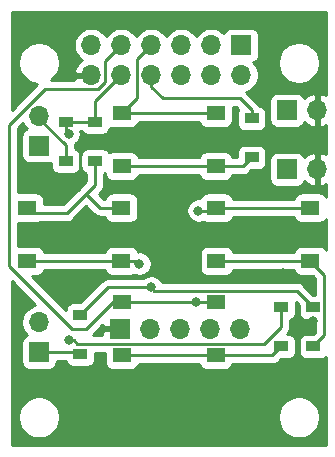
<source format=gbr>
%TF.GenerationSoftware,KiCad,Pcbnew,5.1.9+dfsg1-1*%
%TF.CreationDate,2021-11-08T10:09:36+01:00*%
%TF.ProjectId,Controller,436f6e74-726f-46c6-9c65-722e6b696361,rev?*%
%TF.SameCoordinates,Original*%
%TF.FileFunction,Copper,L2,Bot*%
%TF.FilePolarity,Positive*%
%FSLAX46Y46*%
G04 Gerber Fmt 4.6, Leading zero omitted, Abs format (unit mm)*
G04 Created by KiCad (PCBNEW 5.1.9+dfsg1-1) date 2021-11-08 10:09:36*
%MOMM*%
%LPD*%
G01*
G04 APERTURE LIST*
%TA.AperFunction,ComponentPad*%
%ADD10O,1.700000X1.700000*%
%TD*%
%TA.AperFunction,ComponentPad*%
%ADD11R,1.700000X1.700000*%
%TD*%
%TA.AperFunction,SMDPad,CuDef*%
%ADD12R,1.550000X1.300000*%
%TD*%
%TA.AperFunction,SMDPad,CuDef*%
%ADD13R,1.200000X0.900000*%
%TD*%
%TA.AperFunction,ViaPad*%
%ADD14C,0.800000*%
%TD*%
%TA.AperFunction,Conductor*%
%ADD15C,0.250000*%
%TD*%
%TA.AperFunction,Conductor*%
%ADD16C,0.254000*%
%TD*%
%TA.AperFunction,Conductor*%
%ADD17C,0.100000*%
%TD*%
G04 APERTURE END LIST*
D10*
%TO.P,J6,2*%
%TO.N,Net-(D6-Pad2)*%
X103000000Y-67460000D03*
D11*
%TO.P,J6,1*%
%TO.N,/CON_BMC*%
X103000000Y-70000000D03*
%TD*%
D10*
%TO.P,J5,2*%
%TO.N,/CON_BMC*%
X103000000Y-84960000D03*
D11*
%TO.P,J5,1*%
%TO.N,Net-(D3-Pad2)*%
X103000000Y-87500000D03*
%TD*%
D12*
%TO.P,SW5,2*%
%TO.N,Net-(D5-Pad2)*%
X110025000Y-87750000D03*
X117975000Y-87750000D03*
%TO.P,SW5,1*%
%TO.N,/CON_BMB*%
X110025000Y-83250000D03*
X117975000Y-83250000D03*
%TD*%
%TO.P,SW4,2*%
%TO.N,/CON_BMA*%
X117975000Y-67250000D03*
X110025000Y-67250000D03*
%TO.P,SW4,1*%
%TO.N,Net-(D1-Pad2)*%
X117975000Y-71750000D03*
X110025000Y-71750000D03*
%TD*%
%TO.P,SW3,2*%
%TO.N,Net-(D4-Pad2)*%
X109975000Y-75250000D03*
X102025000Y-75250000D03*
%TO.P,SW3,1*%
%TO.N,/CON_BMA*%
X109975000Y-79750000D03*
X102025000Y-79750000D03*
%TD*%
%TO.P,SW1,2*%
%TO.N,/CON_BMB*%
X125975000Y-75250000D03*
X118025000Y-75250000D03*
%TO.P,SW1,1*%
%TO.N,Net-(D2-Pad2)*%
X125975000Y-79750000D03*
X118025000Y-79750000D03*
%TD*%
D10*
%TO.P,J4,2*%
%TO.N,GND*%
X126540000Y-67000000D03*
D11*
%TO.P,J4,1*%
%TO.N,+3V3*%
X124000000Y-67000000D03*
%TD*%
D10*
%TO.P,J3,2*%
%TO.N,GND*%
X126540000Y-72000000D03*
D11*
%TO.P,J3,1*%
%TO.N,/CON_AUD*%
X124000000Y-72000000D03*
%TD*%
D10*
%TO.P,J2,5*%
%TO.N,/CON_JB*%
X120000000Y-85500000D03*
%TO.P,J2,4*%
%TO.N,/CON_Y*%
X117460000Y-85500000D03*
%TO.P,J2,3*%
%TO.N,/CON_X*%
X114920000Y-85500000D03*
%TO.P,J2,2*%
%TO.N,Net-(J2-Pad2)*%
X112380000Y-85500000D03*
D11*
%TO.P,J2,1*%
%TO.N,GND*%
X109840000Y-85500000D03*
%TD*%
D10*
%TO.P,J1,12*%
%TO.N,GND*%
X107420000Y-64040000D03*
%TO.P,J1,11*%
%TO.N,/CON_BMC*%
X107420000Y-61500000D03*
%TO.P,J1,10*%
%TO.N,/CON_BM2*%
X109960000Y-64040000D03*
%TO.P,J1,9*%
%TO.N,/CON_BMB*%
X109960000Y-61500000D03*
%TO.P,J1,8*%
%TO.N,/CON_BM1*%
X112500000Y-64040000D03*
%TO.P,J1,7*%
%TO.N,/CON_BMA*%
X112500000Y-61500000D03*
%TO.P,J1,6*%
%TO.N,/CON_JB*%
X115040000Y-64040000D03*
%TO.P,J1,5*%
%TO.N,/CON_Y*%
X115040000Y-61500000D03*
%TO.P,J1,4*%
%TO.N,N/C*%
X117580000Y-64040000D03*
%TO.P,J1,3*%
%TO.N,/CON_X*%
X117580000Y-61500000D03*
%TO.P,J1,2*%
%TO.N,/CON_AUD*%
X120120000Y-64040000D03*
D11*
%TO.P,J1,1*%
%TO.N,+3V3*%
X120120000Y-61500000D03*
%TD*%
D13*
%TO.P,D6,2*%
%TO.N,Net-(D6-Pad2)*%
X105250000Y-71300000D03*
%TO.P,D6,1*%
%TO.N,/CON_BM2*%
X105250000Y-68000000D03*
%TD*%
%TO.P,D5,2*%
%TO.N,Net-(D5-Pad2)*%
X123500000Y-87000000D03*
%TO.P,D5,1*%
%TO.N,/CON_BM2*%
X123500000Y-83700000D03*
%TD*%
%TO.P,D4,2*%
%TO.N,Net-(D4-Pad2)*%
X107750000Y-71300000D03*
%TO.P,D4,1*%
%TO.N,/CON_BM2*%
X107750000Y-68000000D03*
%TD*%
%TO.P,D3,2*%
%TO.N,Net-(D3-Pad2)*%
X106500000Y-87650000D03*
%TO.P,D3,1*%
%TO.N,/CON_BM1*%
X106500000Y-84350000D03*
%TD*%
%TO.P,D2,2*%
%TO.N,Net-(D2-Pad2)*%
X126238000Y-87000000D03*
%TO.P,D2,1*%
%TO.N,/CON_BM1*%
X126238000Y-83700000D03*
%TD*%
%TO.P,D1,2*%
%TO.N,Net-(D1-Pad2)*%
X121000000Y-71000000D03*
%TO.P,D1,1*%
%TO.N,/CON_BM1*%
X121000000Y-67700000D03*
%TD*%
D14*
%TO.N,/CON_BM1*%
X112500000Y-82000000D03*
%TO.N,/CON_BM2*%
X105500000Y-86500000D03*
X105500000Y-69000000D03*
%TO.N,GND*%
X123698000Y-80772000D03*
X120650000Y-76962000D03*
X121412000Y-73660000D03*
X108204000Y-77216000D03*
X108966000Y-91440000D03*
X118364000Y-91440000D03*
X126238000Y-84836000D03*
X116332000Y-69596000D03*
X126746000Y-61214000D03*
X122936000Y-61214000D03*
%TO.N,/CON_BMB*%
X116262653Y-83237347D03*
X116500000Y-75500000D03*
%TO.N,/CON_BMA*%
X111500000Y-80000000D03*
%TO.N,GND*%
X103000000Y-77500000D03*
%TD*%
D15*
%TO.N,Net-(D1-Pad2)*%
X120250000Y-71750000D02*
X121000000Y-71000000D01*
X117975000Y-71750000D02*
X120250000Y-71750000D01*
X110025000Y-71750000D02*
X117975000Y-71750000D01*
%TO.N,/CON_BM1*%
X120000000Y-66000000D02*
X113500000Y-66000000D01*
X121000000Y-67000000D02*
X120000000Y-66000000D01*
X112500000Y-65000000D02*
X112500000Y-64040000D01*
X113500000Y-66000000D02*
X112500000Y-65000000D01*
X121000000Y-67700000D02*
X121000000Y-67000000D01*
X108850000Y-82000000D02*
X106500000Y-84350000D01*
X112500000Y-82000000D02*
X108850000Y-82000000D01*
X112774999Y-82274999D02*
X112500000Y-82000000D01*
X124812999Y-82274999D02*
X112774999Y-82274999D01*
X126238000Y-83700000D02*
X124812999Y-82274999D01*
%TO.N,Net-(D2-Pad2)*%
X126238000Y-80013000D02*
X125975000Y-79750000D01*
X125975000Y-79750000D02*
X120390000Y-79750000D01*
X120390000Y-79750000D02*
X120400000Y-79750000D01*
X118025000Y-79750000D02*
X120390000Y-79750000D01*
X127163001Y-80938001D02*
X125975000Y-79750000D01*
X127163001Y-86074999D02*
X127163001Y-80938001D01*
X126238000Y-87000000D02*
X127163001Y-86074999D01*
%TO.N,Net-(D3-Pad2)*%
X106350000Y-87500000D02*
X106500000Y-87650000D01*
X103000000Y-87500000D02*
X106350000Y-87500000D01*
%TO.N,Net-(D4-Pad2)*%
X107000000Y-74073002D02*
X105348001Y-75725001D01*
X105348001Y-75725001D02*
X102500001Y-75725001D01*
X109975000Y-75250000D02*
X108176998Y-75250000D01*
X102500001Y-75725001D02*
X102025000Y-75250000D01*
X108176998Y-75250000D02*
X107000000Y-74073002D01*
X107750000Y-73323002D02*
X107000000Y-74073002D01*
X107750000Y-71300000D02*
X107750000Y-73323002D01*
%TO.N,/CON_BM2*%
X107750000Y-66250000D02*
X107750000Y-68000000D01*
X109960000Y-64040000D02*
X107750000Y-66250000D01*
X107750000Y-68000000D02*
X105250000Y-68000000D01*
X106225001Y-86774999D02*
X105950002Y-86500000D01*
X122089999Y-86774999D02*
X106225001Y-86774999D01*
X123500000Y-85364998D02*
X122089999Y-86774999D01*
X105950002Y-86500000D02*
X105500000Y-86500000D01*
X123500000Y-83700000D02*
X123500000Y-85364998D01*
X105250000Y-68750000D02*
X105500000Y-69000000D01*
X105250000Y-68000000D02*
X105250000Y-68750000D01*
%TO.N,Net-(D5-Pad2)*%
X117975000Y-87750000D02*
X110025000Y-87750000D01*
X118150001Y-87925001D02*
X117975000Y-87750000D01*
X122750000Y-87750000D02*
X123500000Y-87000000D01*
X117975000Y-87750000D02*
X122750000Y-87750000D01*
%TO.N,Net-(D6-Pad2)*%
X103000000Y-67714998D02*
X103000000Y-67460000D01*
X105250000Y-69964998D02*
X103000000Y-67714998D01*
X105250000Y-71300000D02*
X105250000Y-69964998D01*
%TO.N,/CON_BMB*%
X110025000Y-83250000D02*
X117975000Y-83250000D01*
X118025000Y-75250000D02*
X125975000Y-75250000D01*
X116275306Y-83250000D02*
X116262653Y-83237347D01*
X117975000Y-83250000D02*
X116275306Y-83250000D01*
X117775000Y-75500000D02*
X118025000Y-75250000D01*
X116500000Y-75500000D02*
X117775000Y-75500000D01*
%TO.N,/CON_BMA*%
X109975000Y-79750000D02*
X102025000Y-79750000D01*
X117975000Y-67250000D02*
X110025000Y-67250000D01*
X111250000Y-79750000D02*
X111500000Y-80000000D01*
X109975000Y-79750000D02*
X111250000Y-79750000D01*
%TO.N,/CON_BMB*%
X108595001Y-64604001D02*
X108595001Y-62864999D01*
X107984001Y-65215001D02*
X108595001Y-64604001D01*
X108595001Y-62864999D02*
X109960000Y-61500000D01*
X103505997Y-65215001D02*
X107984001Y-65215001D01*
X100500000Y-68220998D02*
X103505997Y-65215001D01*
X100500000Y-80235002D02*
X100500000Y-68220998D01*
X105764998Y-85500000D02*
X100500000Y-80235002D01*
X107000000Y-85500000D02*
X105764998Y-85500000D01*
X109250000Y-83250000D02*
X107000000Y-85500000D01*
X110025000Y-83250000D02*
X109250000Y-83250000D01*
%TO.N,/CON_BMA*%
X111324999Y-62675001D02*
X112500000Y-61500000D01*
X111324999Y-65950001D02*
X111324999Y-62675001D01*
X110025000Y-67250000D02*
X111324999Y-65950001D01*
%TD*%
D16*
%TO.N,GND*%
X102696478Y-83506282D02*
X102566842Y-83532068D01*
X102296589Y-83644010D01*
X102053368Y-83806525D01*
X101846525Y-84013368D01*
X101684010Y-84256589D01*
X101572068Y-84526842D01*
X101515000Y-84813740D01*
X101515000Y-85106260D01*
X101572068Y-85393158D01*
X101684010Y-85663411D01*
X101846525Y-85906632D01*
X101978380Y-86038487D01*
X101905820Y-86060498D01*
X101795506Y-86119463D01*
X101698815Y-86198815D01*
X101619463Y-86295506D01*
X101560498Y-86405820D01*
X101524188Y-86525518D01*
X101511928Y-86650000D01*
X101511928Y-88350000D01*
X101524188Y-88474482D01*
X101560498Y-88594180D01*
X101619463Y-88704494D01*
X101698815Y-88801185D01*
X101795506Y-88880537D01*
X101905820Y-88939502D01*
X102025518Y-88975812D01*
X102150000Y-88988072D01*
X103850000Y-88988072D01*
X103974482Y-88975812D01*
X104094180Y-88939502D01*
X104204494Y-88880537D01*
X104301185Y-88801185D01*
X104380537Y-88704494D01*
X104439502Y-88594180D01*
X104475812Y-88474482D01*
X104488072Y-88350000D01*
X104488072Y-88260000D01*
X105284962Y-88260000D01*
X105310498Y-88344180D01*
X105369463Y-88454494D01*
X105448815Y-88551185D01*
X105545506Y-88630537D01*
X105655820Y-88689502D01*
X105775518Y-88725812D01*
X105900000Y-88738072D01*
X107100000Y-88738072D01*
X107224482Y-88725812D01*
X107344180Y-88689502D01*
X107454494Y-88630537D01*
X107551185Y-88551185D01*
X107630537Y-88454494D01*
X107689502Y-88344180D01*
X107725812Y-88224482D01*
X107738072Y-88100000D01*
X107738072Y-87534999D01*
X108611928Y-87534999D01*
X108611928Y-88400000D01*
X108624188Y-88524482D01*
X108660498Y-88644180D01*
X108719463Y-88754494D01*
X108798815Y-88851185D01*
X108895506Y-88930537D01*
X109005820Y-88989502D01*
X109125518Y-89025812D01*
X109250000Y-89038072D01*
X110800000Y-89038072D01*
X110924482Y-89025812D01*
X111044180Y-88989502D01*
X111154494Y-88930537D01*
X111251185Y-88851185D01*
X111330537Y-88754494D01*
X111389502Y-88644180D01*
X111425812Y-88524482D01*
X111427238Y-88510000D01*
X116572762Y-88510000D01*
X116574188Y-88524482D01*
X116610498Y-88644180D01*
X116669463Y-88754494D01*
X116748815Y-88851185D01*
X116845506Y-88930537D01*
X116955820Y-88989502D01*
X117075518Y-89025812D01*
X117200000Y-89038072D01*
X118750000Y-89038072D01*
X118874482Y-89025812D01*
X118994180Y-88989502D01*
X119104494Y-88930537D01*
X119201185Y-88851185D01*
X119280537Y-88754494D01*
X119339502Y-88644180D01*
X119375812Y-88524482D01*
X119377238Y-88510000D01*
X122712678Y-88510000D01*
X122750000Y-88513676D01*
X122787322Y-88510000D01*
X122787333Y-88510000D01*
X122898986Y-88499003D01*
X123042247Y-88455546D01*
X123174276Y-88384974D01*
X123290001Y-88290001D01*
X123313803Y-88260998D01*
X123486729Y-88088072D01*
X124100000Y-88088072D01*
X124224482Y-88075812D01*
X124344180Y-88039502D01*
X124454494Y-87980537D01*
X124551185Y-87901185D01*
X124630537Y-87804494D01*
X124689502Y-87694180D01*
X124725812Y-87574482D01*
X124738072Y-87450000D01*
X124738072Y-86550000D01*
X124725812Y-86425518D01*
X124689502Y-86305820D01*
X124630537Y-86195506D01*
X124551185Y-86098815D01*
X124454494Y-86019463D01*
X124344180Y-85960498D01*
X124224482Y-85924188D01*
X124100000Y-85911928D01*
X124031558Y-85911928D01*
X124040001Y-85904999D01*
X124134974Y-85789274D01*
X124205546Y-85657245D01*
X124249003Y-85513984D01*
X124260000Y-85402331D01*
X124263677Y-85364998D01*
X124260000Y-85327665D01*
X124260000Y-84765038D01*
X124344180Y-84739502D01*
X124454494Y-84680537D01*
X124551185Y-84601185D01*
X124630537Y-84504494D01*
X124689502Y-84394180D01*
X124725812Y-84274482D01*
X124738072Y-84150000D01*
X124738072Y-83274873D01*
X124999928Y-83536730D01*
X124999928Y-84150000D01*
X125012188Y-84274482D01*
X125048498Y-84394180D01*
X125107463Y-84504494D01*
X125186815Y-84601185D01*
X125283506Y-84680537D01*
X125393820Y-84739502D01*
X125513518Y-84775812D01*
X125638000Y-84788072D01*
X126403001Y-84788072D01*
X126403001Y-85760197D01*
X126251270Y-85911928D01*
X125638000Y-85911928D01*
X125513518Y-85924188D01*
X125393820Y-85960498D01*
X125283506Y-86019463D01*
X125186815Y-86098815D01*
X125107463Y-86195506D01*
X125048498Y-86305820D01*
X125012188Y-86425518D01*
X124999928Y-86550000D01*
X124999928Y-87450000D01*
X125012188Y-87574482D01*
X125048498Y-87694180D01*
X125107463Y-87804494D01*
X125186815Y-87901185D01*
X125283506Y-87980537D01*
X125393820Y-88039502D01*
X125513518Y-88075812D01*
X125638000Y-88088072D01*
X126838000Y-88088072D01*
X126962482Y-88075812D01*
X127082180Y-88039502D01*
X127192494Y-87980537D01*
X127289185Y-87901185D01*
X127315001Y-87869728D01*
X127315001Y-95315000D01*
X100685000Y-95315000D01*
X100685000Y-92823762D01*
X101210624Y-92823762D01*
X101210624Y-93176238D01*
X101279389Y-93521942D01*
X101414276Y-93847587D01*
X101610101Y-94140661D01*
X101859339Y-94389899D01*
X102152413Y-94585724D01*
X102478058Y-94720611D01*
X102823762Y-94789376D01*
X103176238Y-94789376D01*
X103521942Y-94720611D01*
X103847587Y-94585724D01*
X104140661Y-94389899D01*
X104389899Y-94140661D01*
X104585724Y-93847587D01*
X104720611Y-93521942D01*
X104789376Y-93176238D01*
X104789376Y-92823762D01*
X123210624Y-92823762D01*
X123210624Y-93176238D01*
X123279389Y-93521942D01*
X123414276Y-93847587D01*
X123610101Y-94140661D01*
X123859339Y-94389899D01*
X124152413Y-94585724D01*
X124478058Y-94720611D01*
X124823762Y-94789376D01*
X125176238Y-94789376D01*
X125521942Y-94720611D01*
X125847587Y-94585724D01*
X126140661Y-94389899D01*
X126389899Y-94140661D01*
X126585724Y-93847587D01*
X126720611Y-93521942D01*
X126789376Y-93176238D01*
X126789376Y-92823762D01*
X126720611Y-92478058D01*
X126585724Y-92152413D01*
X126389899Y-91859339D01*
X126140661Y-91610101D01*
X125847587Y-91414276D01*
X125521942Y-91279389D01*
X125176238Y-91210624D01*
X124823762Y-91210624D01*
X124478058Y-91279389D01*
X124152413Y-91414276D01*
X123859339Y-91610101D01*
X123610101Y-91859339D01*
X123414276Y-92152413D01*
X123279389Y-92478058D01*
X123210624Y-92823762D01*
X104789376Y-92823762D01*
X104720611Y-92478058D01*
X104585724Y-92152413D01*
X104389899Y-91859339D01*
X104140661Y-91610101D01*
X103847587Y-91414276D01*
X103521942Y-91279389D01*
X103176238Y-91210624D01*
X102823762Y-91210624D01*
X102478058Y-91279389D01*
X102152413Y-91414276D01*
X101859339Y-91610101D01*
X101610101Y-91859339D01*
X101414276Y-92152413D01*
X101279389Y-92478058D01*
X101210624Y-92823762D01*
X100685000Y-92823762D01*
X100685000Y-81494803D01*
X102696478Y-83506282D01*
%TA.AperFunction,Conductor*%
D17*
G36*
X102696478Y-83506282D02*
G01*
X102566842Y-83532068D01*
X102296589Y-83644010D01*
X102053368Y-83806525D01*
X101846525Y-84013368D01*
X101684010Y-84256589D01*
X101572068Y-84526842D01*
X101515000Y-84813740D01*
X101515000Y-85106260D01*
X101572068Y-85393158D01*
X101684010Y-85663411D01*
X101846525Y-85906632D01*
X101978380Y-86038487D01*
X101905820Y-86060498D01*
X101795506Y-86119463D01*
X101698815Y-86198815D01*
X101619463Y-86295506D01*
X101560498Y-86405820D01*
X101524188Y-86525518D01*
X101511928Y-86650000D01*
X101511928Y-88350000D01*
X101524188Y-88474482D01*
X101560498Y-88594180D01*
X101619463Y-88704494D01*
X101698815Y-88801185D01*
X101795506Y-88880537D01*
X101905820Y-88939502D01*
X102025518Y-88975812D01*
X102150000Y-88988072D01*
X103850000Y-88988072D01*
X103974482Y-88975812D01*
X104094180Y-88939502D01*
X104204494Y-88880537D01*
X104301185Y-88801185D01*
X104380537Y-88704494D01*
X104439502Y-88594180D01*
X104475812Y-88474482D01*
X104488072Y-88350000D01*
X104488072Y-88260000D01*
X105284962Y-88260000D01*
X105310498Y-88344180D01*
X105369463Y-88454494D01*
X105448815Y-88551185D01*
X105545506Y-88630537D01*
X105655820Y-88689502D01*
X105775518Y-88725812D01*
X105900000Y-88738072D01*
X107100000Y-88738072D01*
X107224482Y-88725812D01*
X107344180Y-88689502D01*
X107454494Y-88630537D01*
X107551185Y-88551185D01*
X107630537Y-88454494D01*
X107689502Y-88344180D01*
X107725812Y-88224482D01*
X107738072Y-88100000D01*
X107738072Y-87534999D01*
X108611928Y-87534999D01*
X108611928Y-88400000D01*
X108624188Y-88524482D01*
X108660498Y-88644180D01*
X108719463Y-88754494D01*
X108798815Y-88851185D01*
X108895506Y-88930537D01*
X109005820Y-88989502D01*
X109125518Y-89025812D01*
X109250000Y-89038072D01*
X110800000Y-89038072D01*
X110924482Y-89025812D01*
X111044180Y-88989502D01*
X111154494Y-88930537D01*
X111251185Y-88851185D01*
X111330537Y-88754494D01*
X111389502Y-88644180D01*
X111425812Y-88524482D01*
X111427238Y-88510000D01*
X116572762Y-88510000D01*
X116574188Y-88524482D01*
X116610498Y-88644180D01*
X116669463Y-88754494D01*
X116748815Y-88851185D01*
X116845506Y-88930537D01*
X116955820Y-88989502D01*
X117075518Y-89025812D01*
X117200000Y-89038072D01*
X118750000Y-89038072D01*
X118874482Y-89025812D01*
X118994180Y-88989502D01*
X119104494Y-88930537D01*
X119201185Y-88851185D01*
X119280537Y-88754494D01*
X119339502Y-88644180D01*
X119375812Y-88524482D01*
X119377238Y-88510000D01*
X122712678Y-88510000D01*
X122750000Y-88513676D01*
X122787322Y-88510000D01*
X122787333Y-88510000D01*
X122898986Y-88499003D01*
X123042247Y-88455546D01*
X123174276Y-88384974D01*
X123290001Y-88290001D01*
X123313803Y-88260998D01*
X123486729Y-88088072D01*
X124100000Y-88088072D01*
X124224482Y-88075812D01*
X124344180Y-88039502D01*
X124454494Y-87980537D01*
X124551185Y-87901185D01*
X124630537Y-87804494D01*
X124689502Y-87694180D01*
X124725812Y-87574482D01*
X124738072Y-87450000D01*
X124738072Y-86550000D01*
X124725812Y-86425518D01*
X124689502Y-86305820D01*
X124630537Y-86195506D01*
X124551185Y-86098815D01*
X124454494Y-86019463D01*
X124344180Y-85960498D01*
X124224482Y-85924188D01*
X124100000Y-85911928D01*
X124031558Y-85911928D01*
X124040001Y-85904999D01*
X124134974Y-85789274D01*
X124205546Y-85657245D01*
X124249003Y-85513984D01*
X124260000Y-85402331D01*
X124263677Y-85364998D01*
X124260000Y-85327665D01*
X124260000Y-84765038D01*
X124344180Y-84739502D01*
X124454494Y-84680537D01*
X124551185Y-84601185D01*
X124630537Y-84504494D01*
X124689502Y-84394180D01*
X124725812Y-84274482D01*
X124738072Y-84150000D01*
X124738072Y-83274873D01*
X124999928Y-83536730D01*
X124999928Y-84150000D01*
X125012188Y-84274482D01*
X125048498Y-84394180D01*
X125107463Y-84504494D01*
X125186815Y-84601185D01*
X125283506Y-84680537D01*
X125393820Y-84739502D01*
X125513518Y-84775812D01*
X125638000Y-84788072D01*
X126403001Y-84788072D01*
X126403001Y-85760197D01*
X126251270Y-85911928D01*
X125638000Y-85911928D01*
X125513518Y-85924188D01*
X125393820Y-85960498D01*
X125283506Y-86019463D01*
X125186815Y-86098815D01*
X125107463Y-86195506D01*
X125048498Y-86305820D01*
X125012188Y-86425518D01*
X124999928Y-86550000D01*
X124999928Y-87450000D01*
X125012188Y-87574482D01*
X125048498Y-87694180D01*
X125107463Y-87804494D01*
X125186815Y-87901185D01*
X125283506Y-87980537D01*
X125393820Y-88039502D01*
X125513518Y-88075812D01*
X125638000Y-88088072D01*
X126838000Y-88088072D01*
X126962482Y-88075812D01*
X127082180Y-88039502D01*
X127192494Y-87980537D01*
X127289185Y-87901185D01*
X127315001Y-87869728D01*
X127315001Y-95315000D01*
X100685000Y-95315000D01*
X100685000Y-92823762D01*
X101210624Y-92823762D01*
X101210624Y-93176238D01*
X101279389Y-93521942D01*
X101414276Y-93847587D01*
X101610101Y-94140661D01*
X101859339Y-94389899D01*
X102152413Y-94585724D01*
X102478058Y-94720611D01*
X102823762Y-94789376D01*
X103176238Y-94789376D01*
X103521942Y-94720611D01*
X103847587Y-94585724D01*
X104140661Y-94389899D01*
X104389899Y-94140661D01*
X104585724Y-93847587D01*
X104720611Y-93521942D01*
X104789376Y-93176238D01*
X104789376Y-92823762D01*
X123210624Y-92823762D01*
X123210624Y-93176238D01*
X123279389Y-93521942D01*
X123414276Y-93847587D01*
X123610101Y-94140661D01*
X123859339Y-94389899D01*
X124152413Y-94585724D01*
X124478058Y-94720611D01*
X124823762Y-94789376D01*
X125176238Y-94789376D01*
X125521942Y-94720611D01*
X125847587Y-94585724D01*
X126140661Y-94389899D01*
X126389899Y-94140661D01*
X126585724Y-93847587D01*
X126720611Y-93521942D01*
X126789376Y-93176238D01*
X126789376Y-92823762D01*
X126720611Y-92478058D01*
X126585724Y-92152413D01*
X126389899Y-91859339D01*
X126140661Y-91610101D01*
X125847587Y-91414276D01*
X125521942Y-91279389D01*
X125176238Y-91210624D01*
X124823762Y-91210624D01*
X124478058Y-91279389D01*
X124152413Y-91414276D01*
X123859339Y-91610101D01*
X123610101Y-91859339D01*
X123414276Y-92152413D01*
X123279389Y-92478058D01*
X123210624Y-92823762D01*
X104789376Y-92823762D01*
X104720611Y-92478058D01*
X104585724Y-92152413D01*
X104389899Y-91859339D01*
X104140661Y-91610101D01*
X103847587Y-91414276D01*
X103521942Y-91279389D01*
X103176238Y-91210624D01*
X102823762Y-91210624D01*
X102478058Y-91279389D01*
X102152413Y-91414276D01*
X101859339Y-91610101D01*
X101610101Y-91859339D01*
X101414276Y-92152413D01*
X101279389Y-92478058D01*
X101210624Y-92823762D01*
X100685000Y-92823762D01*
X100685000Y-81494803D01*
X102696478Y-83506282D01*
G37*
%TD.AperFunction*%
D16*
X108513750Y-85373000D02*
X109713000Y-85373000D01*
X109713000Y-85353000D01*
X109967000Y-85353000D01*
X109967000Y-85373000D01*
X109987000Y-85373000D01*
X109987000Y-85627000D01*
X109967000Y-85627000D01*
X109967000Y-85647000D01*
X109713000Y-85647000D01*
X109713000Y-85627000D01*
X108513750Y-85627000D01*
X108355000Y-85785750D01*
X108353752Y-86014999D01*
X107560520Y-86014999D01*
X107563804Y-86010997D01*
X108357776Y-85217026D01*
X108513750Y-85373000D01*
%TA.AperFunction,Conductor*%
D17*
G36*
X108513750Y-85373000D02*
G01*
X109713000Y-85373000D01*
X109713000Y-85353000D01*
X109967000Y-85353000D01*
X109967000Y-85373000D01*
X109987000Y-85373000D01*
X109987000Y-85627000D01*
X109967000Y-85627000D01*
X109967000Y-85647000D01*
X109713000Y-85647000D01*
X109713000Y-85627000D01*
X108513750Y-85627000D01*
X108355000Y-85785750D01*
X108353752Y-86014999D01*
X107560520Y-86014999D01*
X107563804Y-86010997D01*
X108357776Y-85217026D01*
X108513750Y-85373000D01*
G37*
%TD.AperFunction*%
D16*
X127315000Y-65734386D02*
X127306920Y-65728359D01*
X127044099Y-65603175D01*
X126896890Y-65558524D01*
X126667000Y-65679845D01*
X126667000Y-66873000D01*
X126687000Y-66873000D01*
X126687000Y-67127000D01*
X126667000Y-67127000D01*
X126667000Y-68320155D01*
X126896890Y-68441476D01*
X127044099Y-68396825D01*
X127306920Y-68271641D01*
X127315000Y-68265614D01*
X127315000Y-70734386D01*
X127306920Y-70728359D01*
X127044099Y-70603175D01*
X126896890Y-70558524D01*
X126667000Y-70679845D01*
X126667000Y-71873000D01*
X126687000Y-71873000D01*
X126687000Y-72127000D01*
X126667000Y-72127000D01*
X126667000Y-73320155D01*
X126896890Y-73441476D01*
X127044099Y-73396825D01*
X127306920Y-73271641D01*
X127315000Y-73265614D01*
X127315000Y-74309982D01*
X127280537Y-74245506D01*
X127201185Y-74148815D01*
X127104494Y-74069463D01*
X126994180Y-74010498D01*
X126874482Y-73974188D01*
X126750000Y-73961928D01*
X125200000Y-73961928D01*
X125075518Y-73974188D01*
X124955820Y-74010498D01*
X124845506Y-74069463D01*
X124748815Y-74148815D01*
X124669463Y-74245506D01*
X124610498Y-74355820D01*
X124574188Y-74475518D01*
X124572762Y-74490000D01*
X119427238Y-74490000D01*
X119425812Y-74475518D01*
X119389502Y-74355820D01*
X119330537Y-74245506D01*
X119251185Y-74148815D01*
X119154494Y-74069463D01*
X119044180Y-74010498D01*
X118924482Y-73974188D01*
X118800000Y-73961928D01*
X117250000Y-73961928D01*
X117125518Y-73974188D01*
X117005820Y-74010498D01*
X116895506Y-74069463D01*
X116798815Y-74148815D01*
X116719463Y-74245506D01*
X116660498Y-74355820D01*
X116625931Y-74469772D01*
X116601939Y-74465000D01*
X116398061Y-74465000D01*
X116198102Y-74504774D01*
X116009744Y-74582795D01*
X115840226Y-74696063D01*
X115696063Y-74840226D01*
X115582795Y-75009744D01*
X115504774Y-75198102D01*
X115465000Y-75398061D01*
X115465000Y-75601939D01*
X115504774Y-75801898D01*
X115582795Y-75990256D01*
X115696063Y-76159774D01*
X115840226Y-76303937D01*
X116009744Y-76417205D01*
X116198102Y-76495226D01*
X116398061Y-76535000D01*
X116601939Y-76535000D01*
X116801898Y-76495226D01*
X116922821Y-76445138D01*
X117005820Y-76489502D01*
X117125518Y-76525812D01*
X117250000Y-76538072D01*
X118800000Y-76538072D01*
X118924482Y-76525812D01*
X119044180Y-76489502D01*
X119154494Y-76430537D01*
X119251185Y-76351185D01*
X119330537Y-76254494D01*
X119389502Y-76144180D01*
X119425812Y-76024482D01*
X119427238Y-76010000D01*
X124572762Y-76010000D01*
X124574188Y-76024482D01*
X124610498Y-76144180D01*
X124669463Y-76254494D01*
X124748815Y-76351185D01*
X124845506Y-76430537D01*
X124955820Y-76489502D01*
X125075518Y-76525812D01*
X125200000Y-76538072D01*
X126750000Y-76538072D01*
X126874482Y-76525812D01*
X126994180Y-76489502D01*
X127104494Y-76430537D01*
X127201185Y-76351185D01*
X127280537Y-76254494D01*
X127315000Y-76190018D01*
X127315001Y-78809982D01*
X127280537Y-78745506D01*
X127201185Y-78648815D01*
X127104494Y-78569463D01*
X126994180Y-78510498D01*
X126874482Y-78474188D01*
X126750000Y-78461928D01*
X125200000Y-78461928D01*
X125075518Y-78474188D01*
X124955820Y-78510498D01*
X124845506Y-78569463D01*
X124748815Y-78648815D01*
X124669463Y-78745506D01*
X124610498Y-78855820D01*
X124574188Y-78975518D01*
X124572762Y-78990000D01*
X119427238Y-78990000D01*
X119425812Y-78975518D01*
X119389502Y-78855820D01*
X119330537Y-78745506D01*
X119251185Y-78648815D01*
X119154494Y-78569463D01*
X119044180Y-78510498D01*
X118924482Y-78474188D01*
X118800000Y-78461928D01*
X117250000Y-78461928D01*
X117125518Y-78474188D01*
X117005820Y-78510498D01*
X116895506Y-78569463D01*
X116798815Y-78648815D01*
X116719463Y-78745506D01*
X116660498Y-78855820D01*
X116624188Y-78975518D01*
X116611928Y-79100000D01*
X116611928Y-80400000D01*
X116624188Y-80524482D01*
X116660498Y-80644180D01*
X116719463Y-80754494D01*
X116798815Y-80851185D01*
X116895506Y-80930537D01*
X117005820Y-80989502D01*
X117125518Y-81025812D01*
X117250000Y-81038072D01*
X118800000Y-81038072D01*
X118924482Y-81025812D01*
X119044180Y-80989502D01*
X119154494Y-80930537D01*
X119251185Y-80851185D01*
X119330537Y-80754494D01*
X119389502Y-80644180D01*
X119425812Y-80524482D01*
X119427238Y-80510000D01*
X124572762Y-80510000D01*
X124574188Y-80524482D01*
X124610498Y-80644180D01*
X124669463Y-80754494D01*
X124748815Y-80851185D01*
X124845506Y-80930537D01*
X124955820Y-80989502D01*
X125075518Y-81025812D01*
X125200000Y-81038072D01*
X126188270Y-81038072D01*
X126403002Y-81252804D01*
X126403002Y-82611928D01*
X126224730Y-82611928D01*
X125376803Y-81764002D01*
X125353000Y-81734998D01*
X125237275Y-81640025D01*
X125105246Y-81569453D01*
X124961985Y-81525996D01*
X124850332Y-81514999D01*
X124850321Y-81514999D01*
X124812999Y-81511323D01*
X124775677Y-81514999D01*
X113419382Y-81514999D01*
X113417205Y-81509744D01*
X113303937Y-81340226D01*
X113159774Y-81196063D01*
X112990256Y-81082795D01*
X112801898Y-81004774D01*
X112601939Y-80965000D01*
X112398061Y-80965000D01*
X112198102Y-81004774D01*
X112009744Y-81082795D01*
X111840226Y-81196063D01*
X111796289Y-81240000D01*
X108887323Y-81240000D01*
X108850000Y-81236324D01*
X108812677Y-81240000D01*
X108812667Y-81240000D01*
X108701014Y-81250997D01*
X108557753Y-81294454D01*
X108425724Y-81365026D01*
X108309999Y-81459999D01*
X108286201Y-81488997D01*
X106513271Y-83261928D01*
X105900000Y-83261928D01*
X105775518Y-83274188D01*
X105655820Y-83310498D01*
X105545506Y-83369463D01*
X105448815Y-83448815D01*
X105369463Y-83545506D01*
X105310498Y-83655820D01*
X105274188Y-83775518D01*
X105261928Y-83900000D01*
X105261928Y-83922128D01*
X102377871Y-81038072D01*
X102800000Y-81038072D01*
X102924482Y-81025812D01*
X103044180Y-80989502D01*
X103154494Y-80930537D01*
X103251185Y-80851185D01*
X103330537Y-80754494D01*
X103389502Y-80644180D01*
X103425812Y-80524482D01*
X103427238Y-80510000D01*
X108572762Y-80510000D01*
X108574188Y-80524482D01*
X108610498Y-80644180D01*
X108669463Y-80754494D01*
X108748815Y-80851185D01*
X108845506Y-80930537D01*
X108955820Y-80989502D01*
X109075518Y-81025812D01*
X109200000Y-81038072D01*
X110750000Y-81038072D01*
X110874482Y-81025812D01*
X110994180Y-80989502D01*
X111077179Y-80945138D01*
X111198102Y-80995226D01*
X111398061Y-81035000D01*
X111601939Y-81035000D01*
X111801898Y-80995226D01*
X111990256Y-80917205D01*
X112159774Y-80803937D01*
X112303937Y-80659774D01*
X112417205Y-80490256D01*
X112495226Y-80301898D01*
X112535000Y-80101939D01*
X112535000Y-79898061D01*
X112495226Y-79698102D01*
X112417205Y-79509744D01*
X112303937Y-79340226D01*
X112159774Y-79196063D01*
X111990256Y-79082795D01*
X111801898Y-79004774D01*
X111601939Y-78965000D01*
X111398061Y-78965000D01*
X111374069Y-78969772D01*
X111339502Y-78855820D01*
X111280537Y-78745506D01*
X111201185Y-78648815D01*
X111104494Y-78569463D01*
X110994180Y-78510498D01*
X110874482Y-78474188D01*
X110750000Y-78461928D01*
X109200000Y-78461928D01*
X109075518Y-78474188D01*
X108955820Y-78510498D01*
X108845506Y-78569463D01*
X108748815Y-78648815D01*
X108669463Y-78745506D01*
X108610498Y-78855820D01*
X108574188Y-78975518D01*
X108572762Y-78990000D01*
X103427238Y-78990000D01*
X103425812Y-78975518D01*
X103389502Y-78855820D01*
X103330537Y-78745506D01*
X103251185Y-78648815D01*
X103154494Y-78569463D01*
X103044180Y-78510498D01*
X102924482Y-78474188D01*
X102800000Y-78461928D01*
X101260000Y-78461928D01*
X101260000Y-76538072D01*
X102800000Y-76538072D01*
X102924482Y-76525812D01*
X103044180Y-76489502D01*
X103052601Y-76485001D01*
X105310679Y-76485001D01*
X105348001Y-76488677D01*
X105385323Y-76485001D01*
X105385334Y-76485001D01*
X105496987Y-76474004D01*
X105640248Y-76430547D01*
X105772277Y-76359975D01*
X105888002Y-76265002D01*
X105911804Y-76235999D01*
X107000000Y-75147804D01*
X107613198Y-75761002D01*
X107636997Y-75790001D01*
X107665995Y-75813799D01*
X107752722Y-75884974D01*
X107884751Y-75955546D01*
X108028012Y-75999003D01*
X108176998Y-76013677D01*
X108214331Y-76010000D01*
X108572762Y-76010000D01*
X108574188Y-76024482D01*
X108610498Y-76144180D01*
X108669463Y-76254494D01*
X108748815Y-76351185D01*
X108845506Y-76430537D01*
X108955820Y-76489502D01*
X109075518Y-76525812D01*
X109200000Y-76538072D01*
X110750000Y-76538072D01*
X110874482Y-76525812D01*
X110994180Y-76489502D01*
X111104494Y-76430537D01*
X111201185Y-76351185D01*
X111280537Y-76254494D01*
X111339502Y-76144180D01*
X111375812Y-76024482D01*
X111388072Y-75900000D01*
X111388072Y-74600000D01*
X111375812Y-74475518D01*
X111339502Y-74355820D01*
X111280537Y-74245506D01*
X111201185Y-74148815D01*
X111104494Y-74069463D01*
X110994180Y-74010498D01*
X110874482Y-73974188D01*
X110750000Y-73961928D01*
X109200000Y-73961928D01*
X109075518Y-73974188D01*
X108955820Y-74010498D01*
X108845506Y-74069463D01*
X108748815Y-74148815D01*
X108669463Y-74245506D01*
X108610498Y-74355820D01*
X108574188Y-74475518D01*
X108572762Y-74490000D01*
X108491800Y-74490000D01*
X108074802Y-74073002D01*
X108261002Y-73886801D01*
X108290001Y-73863003D01*
X108384974Y-73747278D01*
X108455546Y-73615249D01*
X108499003Y-73471988D01*
X108510000Y-73360335D01*
X108510000Y-73360326D01*
X108513676Y-73323003D01*
X108510000Y-73285680D01*
X108510000Y-72365038D01*
X108594180Y-72339502D01*
X108611928Y-72330015D01*
X108611928Y-72400000D01*
X108624188Y-72524482D01*
X108660498Y-72644180D01*
X108719463Y-72754494D01*
X108798815Y-72851185D01*
X108895506Y-72930537D01*
X109005820Y-72989502D01*
X109125518Y-73025812D01*
X109250000Y-73038072D01*
X110800000Y-73038072D01*
X110924482Y-73025812D01*
X111044180Y-72989502D01*
X111154494Y-72930537D01*
X111251185Y-72851185D01*
X111330537Y-72754494D01*
X111389502Y-72644180D01*
X111425812Y-72524482D01*
X111427238Y-72510000D01*
X116572762Y-72510000D01*
X116574188Y-72524482D01*
X116610498Y-72644180D01*
X116669463Y-72754494D01*
X116748815Y-72851185D01*
X116845506Y-72930537D01*
X116955820Y-72989502D01*
X117075518Y-73025812D01*
X117200000Y-73038072D01*
X118750000Y-73038072D01*
X118874482Y-73025812D01*
X118994180Y-72989502D01*
X119104494Y-72930537D01*
X119201185Y-72851185D01*
X119280537Y-72754494D01*
X119339502Y-72644180D01*
X119375812Y-72524482D01*
X119377238Y-72510000D01*
X120212678Y-72510000D01*
X120250000Y-72513676D01*
X120287322Y-72510000D01*
X120287333Y-72510000D01*
X120398986Y-72499003D01*
X120542247Y-72455546D01*
X120674276Y-72384974D01*
X120790001Y-72290001D01*
X120813803Y-72260998D01*
X120986729Y-72088072D01*
X121600000Y-72088072D01*
X121724482Y-72075812D01*
X121844180Y-72039502D01*
X121954494Y-71980537D01*
X122051185Y-71901185D01*
X122130537Y-71804494D01*
X122189502Y-71694180D01*
X122225812Y-71574482D01*
X122238072Y-71450000D01*
X122238072Y-71150000D01*
X122511928Y-71150000D01*
X122511928Y-72850000D01*
X122524188Y-72974482D01*
X122560498Y-73094180D01*
X122619463Y-73204494D01*
X122698815Y-73301185D01*
X122795506Y-73380537D01*
X122905820Y-73439502D01*
X123025518Y-73475812D01*
X123150000Y-73488072D01*
X124850000Y-73488072D01*
X124974482Y-73475812D01*
X125094180Y-73439502D01*
X125204494Y-73380537D01*
X125301185Y-73301185D01*
X125380537Y-73204494D01*
X125439502Y-73094180D01*
X125463966Y-73013534D01*
X125539731Y-73097588D01*
X125773080Y-73271641D01*
X126035901Y-73396825D01*
X126183110Y-73441476D01*
X126413000Y-73320155D01*
X126413000Y-72127000D01*
X126393000Y-72127000D01*
X126393000Y-71873000D01*
X126413000Y-71873000D01*
X126413000Y-70679845D01*
X126183110Y-70558524D01*
X126035901Y-70603175D01*
X125773080Y-70728359D01*
X125539731Y-70902412D01*
X125463966Y-70986466D01*
X125439502Y-70905820D01*
X125380537Y-70795506D01*
X125301185Y-70698815D01*
X125204494Y-70619463D01*
X125094180Y-70560498D01*
X124974482Y-70524188D01*
X124850000Y-70511928D01*
X123150000Y-70511928D01*
X123025518Y-70524188D01*
X122905820Y-70560498D01*
X122795506Y-70619463D01*
X122698815Y-70698815D01*
X122619463Y-70795506D01*
X122560498Y-70905820D01*
X122524188Y-71025518D01*
X122511928Y-71150000D01*
X122238072Y-71150000D01*
X122238072Y-70550000D01*
X122225812Y-70425518D01*
X122189502Y-70305820D01*
X122130537Y-70195506D01*
X122051185Y-70098815D01*
X121954494Y-70019463D01*
X121844180Y-69960498D01*
X121724482Y-69924188D01*
X121600000Y-69911928D01*
X120400000Y-69911928D01*
X120275518Y-69924188D01*
X120155820Y-69960498D01*
X120045506Y-70019463D01*
X119948815Y-70098815D01*
X119869463Y-70195506D01*
X119810498Y-70305820D01*
X119774188Y-70425518D01*
X119761928Y-70550000D01*
X119761928Y-70990000D01*
X119377238Y-70990000D01*
X119375812Y-70975518D01*
X119339502Y-70855820D01*
X119280537Y-70745506D01*
X119201185Y-70648815D01*
X119104494Y-70569463D01*
X118994180Y-70510498D01*
X118874482Y-70474188D01*
X118750000Y-70461928D01*
X117200000Y-70461928D01*
X117075518Y-70474188D01*
X116955820Y-70510498D01*
X116845506Y-70569463D01*
X116748815Y-70648815D01*
X116669463Y-70745506D01*
X116610498Y-70855820D01*
X116574188Y-70975518D01*
X116572762Y-70990000D01*
X111427238Y-70990000D01*
X111425812Y-70975518D01*
X111389502Y-70855820D01*
X111330537Y-70745506D01*
X111251185Y-70648815D01*
X111154494Y-70569463D01*
X111044180Y-70510498D01*
X110924482Y-70474188D01*
X110800000Y-70461928D01*
X109250000Y-70461928D01*
X109125518Y-70474188D01*
X109005820Y-70510498D01*
X108914610Y-70559251D01*
X108880537Y-70495506D01*
X108801185Y-70398815D01*
X108704494Y-70319463D01*
X108594180Y-70260498D01*
X108474482Y-70224188D01*
X108350000Y-70211928D01*
X107150000Y-70211928D01*
X107025518Y-70224188D01*
X106905820Y-70260498D01*
X106795506Y-70319463D01*
X106698815Y-70398815D01*
X106619463Y-70495506D01*
X106560498Y-70605820D01*
X106524188Y-70725518D01*
X106511928Y-70850000D01*
X106511928Y-71750000D01*
X106524188Y-71874482D01*
X106560498Y-71994180D01*
X106619463Y-72104494D01*
X106698815Y-72201185D01*
X106795506Y-72280537D01*
X106905820Y-72339502D01*
X106990001Y-72365038D01*
X106990001Y-73008199D01*
X106489007Y-73509194D01*
X106488996Y-73509203D01*
X106488992Y-73509207D01*
X106459999Y-73533001D01*
X106436205Y-73561994D01*
X105033200Y-74965001D01*
X103438072Y-74965001D01*
X103438072Y-74600000D01*
X103425812Y-74475518D01*
X103389502Y-74355820D01*
X103330537Y-74245506D01*
X103251185Y-74148815D01*
X103154494Y-74069463D01*
X103044180Y-74010498D01*
X102924482Y-73974188D01*
X102800000Y-73961928D01*
X101260000Y-73961928D01*
X101260000Y-68535799D01*
X101668890Y-68126909D01*
X101684010Y-68163411D01*
X101846525Y-68406632D01*
X101978380Y-68538487D01*
X101905820Y-68560498D01*
X101795506Y-68619463D01*
X101698815Y-68698815D01*
X101619463Y-68795506D01*
X101560498Y-68905820D01*
X101524188Y-69025518D01*
X101511928Y-69150000D01*
X101511928Y-70850000D01*
X101524188Y-70974482D01*
X101560498Y-71094180D01*
X101619463Y-71204494D01*
X101698815Y-71301185D01*
X101795506Y-71380537D01*
X101905820Y-71439502D01*
X102025518Y-71475812D01*
X102150000Y-71488072D01*
X103850000Y-71488072D01*
X103974482Y-71475812D01*
X104011928Y-71464453D01*
X104011928Y-71750000D01*
X104024188Y-71874482D01*
X104060498Y-71994180D01*
X104119463Y-72104494D01*
X104198815Y-72201185D01*
X104295506Y-72280537D01*
X104405820Y-72339502D01*
X104525518Y-72375812D01*
X104650000Y-72388072D01*
X105850000Y-72388072D01*
X105974482Y-72375812D01*
X106094180Y-72339502D01*
X106204494Y-72280537D01*
X106301185Y-72201185D01*
X106380537Y-72104494D01*
X106439502Y-71994180D01*
X106475812Y-71874482D01*
X106488072Y-71750000D01*
X106488072Y-70850000D01*
X106475812Y-70725518D01*
X106439502Y-70605820D01*
X106380537Y-70495506D01*
X106301185Y-70398815D01*
X106204494Y-70319463D01*
X106094180Y-70260498D01*
X106010000Y-70234962D01*
X106010000Y-70002331D01*
X106013677Y-69964998D01*
X106007814Y-69905473D01*
X106159774Y-69803937D01*
X106303937Y-69659774D01*
X106417205Y-69490256D01*
X106495226Y-69301898D01*
X106535000Y-69101939D01*
X106535000Y-68898061D01*
X106507538Y-68760000D01*
X106595680Y-68760000D01*
X106619463Y-68804494D01*
X106698815Y-68901185D01*
X106795506Y-68980537D01*
X106905820Y-69039502D01*
X107025518Y-69075812D01*
X107150000Y-69088072D01*
X108350000Y-69088072D01*
X108474482Y-69075812D01*
X108594180Y-69039502D01*
X108704494Y-68980537D01*
X108801185Y-68901185D01*
X108880537Y-68804494D01*
X108939502Y-68694180D01*
X108975812Y-68574482D01*
X108985264Y-68478514D01*
X109005820Y-68489502D01*
X109125518Y-68525812D01*
X109250000Y-68538072D01*
X110800000Y-68538072D01*
X110924482Y-68525812D01*
X111044180Y-68489502D01*
X111154494Y-68430537D01*
X111251185Y-68351185D01*
X111330537Y-68254494D01*
X111389502Y-68144180D01*
X111425812Y-68024482D01*
X111427238Y-68010000D01*
X116572762Y-68010000D01*
X116574188Y-68024482D01*
X116610498Y-68144180D01*
X116669463Y-68254494D01*
X116748815Y-68351185D01*
X116845506Y-68430537D01*
X116955820Y-68489502D01*
X117075518Y-68525812D01*
X117200000Y-68538072D01*
X118750000Y-68538072D01*
X118874482Y-68525812D01*
X118994180Y-68489502D01*
X119104494Y-68430537D01*
X119201185Y-68351185D01*
X119280537Y-68254494D01*
X119339502Y-68144180D01*
X119375812Y-68024482D01*
X119388072Y-67900000D01*
X119388072Y-66760000D01*
X119685199Y-66760000D01*
X119852479Y-66927280D01*
X119810498Y-67005820D01*
X119774188Y-67125518D01*
X119761928Y-67250000D01*
X119761928Y-68150000D01*
X119774188Y-68274482D01*
X119810498Y-68394180D01*
X119869463Y-68504494D01*
X119948815Y-68601185D01*
X120045506Y-68680537D01*
X120155820Y-68739502D01*
X120275518Y-68775812D01*
X120400000Y-68788072D01*
X121600000Y-68788072D01*
X121724482Y-68775812D01*
X121844180Y-68739502D01*
X121954494Y-68680537D01*
X122051185Y-68601185D01*
X122130537Y-68504494D01*
X122189502Y-68394180D01*
X122225812Y-68274482D01*
X122238072Y-68150000D01*
X122238072Y-67250000D01*
X122225812Y-67125518D01*
X122189502Y-67005820D01*
X122130537Y-66895506D01*
X122051185Y-66798815D01*
X121954494Y-66719463D01*
X121844180Y-66660498D01*
X121724482Y-66624188D01*
X121657345Y-66617576D01*
X121634974Y-66575724D01*
X121563799Y-66488997D01*
X121540001Y-66459999D01*
X121511003Y-66436201D01*
X121224802Y-66150000D01*
X122511928Y-66150000D01*
X122511928Y-67850000D01*
X122524188Y-67974482D01*
X122560498Y-68094180D01*
X122619463Y-68204494D01*
X122698815Y-68301185D01*
X122795506Y-68380537D01*
X122905820Y-68439502D01*
X123025518Y-68475812D01*
X123150000Y-68488072D01*
X124850000Y-68488072D01*
X124974482Y-68475812D01*
X125094180Y-68439502D01*
X125204494Y-68380537D01*
X125301185Y-68301185D01*
X125380537Y-68204494D01*
X125439502Y-68094180D01*
X125463966Y-68013534D01*
X125539731Y-68097588D01*
X125773080Y-68271641D01*
X126035901Y-68396825D01*
X126183110Y-68441476D01*
X126413000Y-68320155D01*
X126413000Y-67127000D01*
X126393000Y-67127000D01*
X126393000Y-66873000D01*
X126413000Y-66873000D01*
X126413000Y-65679845D01*
X126183110Y-65558524D01*
X126035901Y-65603175D01*
X125773080Y-65728359D01*
X125539731Y-65902412D01*
X125463966Y-65986466D01*
X125439502Y-65905820D01*
X125380537Y-65795506D01*
X125301185Y-65698815D01*
X125204494Y-65619463D01*
X125094180Y-65560498D01*
X124974482Y-65524188D01*
X124850000Y-65511928D01*
X123150000Y-65511928D01*
X123025518Y-65524188D01*
X122905820Y-65560498D01*
X122795506Y-65619463D01*
X122698815Y-65698815D01*
X122619463Y-65795506D01*
X122560498Y-65905820D01*
X122524188Y-66025518D01*
X122511928Y-66150000D01*
X121224802Y-66150000D01*
X120563804Y-65489002D01*
X120547444Y-65469069D01*
X120553158Y-65467932D01*
X120823411Y-65355990D01*
X121066632Y-65193475D01*
X121273475Y-64986632D01*
X121435990Y-64743411D01*
X121547932Y-64473158D01*
X121605000Y-64186260D01*
X121605000Y-63893740D01*
X121547932Y-63606842D01*
X121435990Y-63336589D01*
X121273475Y-63093368D01*
X121141620Y-62961513D01*
X121214180Y-62939502D01*
X121324494Y-62880537D01*
X121393674Y-62823762D01*
X123210624Y-62823762D01*
X123210624Y-63176238D01*
X123279389Y-63521942D01*
X123414276Y-63847587D01*
X123610101Y-64140661D01*
X123859339Y-64389899D01*
X124152413Y-64585724D01*
X124478058Y-64720611D01*
X124823762Y-64789376D01*
X125176238Y-64789376D01*
X125521942Y-64720611D01*
X125847587Y-64585724D01*
X126140661Y-64389899D01*
X126389899Y-64140661D01*
X126585724Y-63847587D01*
X126720611Y-63521942D01*
X126789376Y-63176238D01*
X126789376Y-62823762D01*
X126720611Y-62478058D01*
X126585724Y-62152413D01*
X126389899Y-61859339D01*
X126140661Y-61610101D01*
X125847587Y-61414276D01*
X125521942Y-61279389D01*
X125176238Y-61210624D01*
X124823762Y-61210624D01*
X124478058Y-61279389D01*
X124152413Y-61414276D01*
X123859339Y-61610101D01*
X123610101Y-61859339D01*
X123414276Y-62152413D01*
X123279389Y-62478058D01*
X123210624Y-62823762D01*
X121393674Y-62823762D01*
X121421185Y-62801185D01*
X121500537Y-62704494D01*
X121559502Y-62594180D01*
X121595812Y-62474482D01*
X121608072Y-62350000D01*
X121608072Y-60650000D01*
X121595812Y-60525518D01*
X121559502Y-60405820D01*
X121500537Y-60295506D01*
X121421185Y-60198815D01*
X121324494Y-60119463D01*
X121214180Y-60060498D01*
X121094482Y-60024188D01*
X120970000Y-60011928D01*
X119270000Y-60011928D01*
X119145518Y-60024188D01*
X119025820Y-60060498D01*
X118915506Y-60119463D01*
X118818815Y-60198815D01*
X118739463Y-60295506D01*
X118680498Y-60405820D01*
X118658487Y-60478380D01*
X118526632Y-60346525D01*
X118283411Y-60184010D01*
X118013158Y-60072068D01*
X117726260Y-60015000D01*
X117433740Y-60015000D01*
X117146842Y-60072068D01*
X116876589Y-60184010D01*
X116633368Y-60346525D01*
X116426525Y-60553368D01*
X116310000Y-60727760D01*
X116193475Y-60553368D01*
X115986632Y-60346525D01*
X115743411Y-60184010D01*
X115473158Y-60072068D01*
X115186260Y-60015000D01*
X114893740Y-60015000D01*
X114606842Y-60072068D01*
X114336589Y-60184010D01*
X114093368Y-60346525D01*
X113886525Y-60553368D01*
X113770000Y-60727760D01*
X113653475Y-60553368D01*
X113446632Y-60346525D01*
X113203411Y-60184010D01*
X112933158Y-60072068D01*
X112646260Y-60015000D01*
X112353740Y-60015000D01*
X112066842Y-60072068D01*
X111796589Y-60184010D01*
X111553368Y-60346525D01*
X111346525Y-60553368D01*
X111230000Y-60727760D01*
X111113475Y-60553368D01*
X110906632Y-60346525D01*
X110663411Y-60184010D01*
X110393158Y-60072068D01*
X110106260Y-60015000D01*
X109813740Y-60015000D01*
X109526842Y-60072068D01*
X109256589Y-60184010D01*
X109013368Y-60346525D01*
X108806525Y-60553368D01*
X108690000Y-60727760D01*
X108573475Y-60553368D01*
X108366632Y-60346525D01*
X108123411Y-60184010D01*
X107853158Y-60072068D01*
X107566260Y-60015000D01*
X107273740Y-60015000D01*
X106986842Y-60072068D01*
X106716589Y-60184010D01*
X106473368Y-60346525D01*
X106266525Y-60553368D01*
X106104010Y-60796589D01*
X105992068Y-61066842D01*
X105935000Y-61353740D01*
X105935000Y-61646260D01*
X105992068Y-61933158D01*
X106104010Y-62203411D01*
X106266525Y-62446632D01*
X106473368Y-62653475D01*
X106649406Y-62771100D01*
X106419731Y-62942412D01*
X106224822Y-63158645D01*
X106075843Y-63408748D01*
X105978519Y-63683109D01*
X106099186Y-63913000D01*
X107293000Y-63913000D01*
X107293000Y-63893000D01*
X107547000Y-63893000D01*
X107547000Y-63913000D01*
X107567000Y-63913000D01*
X107567000Y-64167000D01*
X107547000Y-64167000D01*
X107547000Y-64187000D01*
X107293000Y-64187000D01*
X107293000Y-64167000D01*
X106099186Y-64167000D01*
X105978519Y-64396891D01*
X105999132Y-64455001D01*
X104043229Y-64455001D01*
X104140661Y-64389899D01*
X104389899Y-64140661D01*
X104585724Y-63847587D01*
X104720611Y-63521942D01*
X104789376Y-63176238D01*
X104789376Y-62823762D01*
X104720611Y-62478058D01*
X104585724Y-62152413D01*
X104389899Y-61859339D01*
X104140661Y-61610101D01*
X103847587Y-61414276D01*
X103521942Y-61279389D01*
X103176238Y-61210624D01*
X102823762Y-61210624D01*
X102478058Y-61279389D01*
X102152413Y-61414276D01*
X101859339Y-61610101D01*
X101610101Y-61859339D01*
X101414276Y-62152413D01*
X101279389Y-62478058D01*
X101210624Y-62823762D01*
X101210624Y-63176238D01*
X101279389Y-63521942D01*
X101414276Y-63847587D01*
X101610101Y-64140661D01*
X101859339Y-64389899D01*
X102152413Y-64585724D01*
X102478058Y-64720611D01*
X102823762Y-64789376D01*
X102856820Y-64789376D01*
X100685000Y-66961197D01*
X100685000Y-58685000D01*
X127315000Y-58685000D01*
X127315000Y-65734386D01*
%TA.AperFunction,Conductor*%
D17*
G36*
X127315000Y-65734386D02*
G01*
X127306920Y-65728359D01*
X127044099Y-65603175D01*
X126896890Y-65558524D01*
X126667000Y-65679845D01*
X126667000Y-66873000D01*
X126687000Y-66873000D01*
X126687000Y-67127000D01*
X126667000Y-67127000D01*
X126667000Y-68320155D01*
X126896890Y-68441476D01*
X127044099Y-68396825D01*
X127306920Y-68271641D01*
X127315000Y-68265614D01*
X127315000Y-70734386D01*
X127306920Y-70728359D01*
X127044099Y-70603175D01*
X126896890Y-70558524D01*
X126667000Y-70679845D01*
X126667000Y-71873000D01*
X126687000Y-71873000D01*
X126687000Y-72127000D01*
X126667000Y-72127000D01*
X126667000Y-73320155D01*
X126896890Y-73441476D01*
X127044099Y-73396825D01*
X127306920Y-73271641D01*
X127315000Y-73265614D01*
X127315000Y-74309982D01*
X127280537Y-74245506D01*
X127201185Y-74148815D01*
X127104494Y-74069463D01*
X126994180Y-74010498D01*
X126874482Y-73974188D01*
X126750000Y-73961928D01*
X125200000Y-73961928D01*
X125075518Y-73974188D01*
X124955820Y-74010498D01*
X124845506Y-74069463D01*
X124748815Y-74148815D01*
X124669463Y-74245506D01*
X124610498Y-74355820D01*
X124574188Y-74475518D01*
X124572762Y-74490000D01*
X119427238Y-74490000D01*
X119425812Y-74475518D01*
X119389502Y-74355820D01*
X119330537Y-74245506D01*
X119251185Y-74148815D01*
X119154494Y-74069463D01*
X119044180Y-74010498D01*
X118924482Y-73974188D01*
X118800000Y-73961928D01*
X117250000Y-73961928D01*
X117125518Y-73974188D01*
X117005820Y-74010498D01*
X116895506Y-74069463D01*
X116798815Y-74148815D01*
X116719463Y-74245506D01*
X116660498Y-74355820D01*
X116625931Y-74469772D01*
X116601939Y-74465000D01*
X116398061Y-74465000D01*
X116198102Y-74504774D01*
X116009744Y-74582795D01*
X115840226Y-74696063D01*
X115696063Y-74840226D01*
X115582795Y-75009744D01*
X115504774Y-75198102D01*
X115465000Y-75398061D01*
X115465000Y-75601939D01*
X115504774Y-75801898D01*
X115582795Y-75990256D01*
X115696063Y-76159774D01*
X115840226Y-76303937D01*
X116009744Y-76417205D01*
X116198102Y-76495226D01*
X116398061Y-76535000D01*
X116601939Y-76535000D01*
X116801898Y-76495226D01*
X116922821Y-76445138D01*
X117005820Y-76489502D01*
X117125518Y-76525812D01*
X117250000Y-76538072D01*
X118800000Y-76538072D01*
X118924482Y-76525812D01*
X119044180Y-76489502D01*
X119154494Y-76430537D01*
X119251185Y-76351185D01*
X119330537Y-76254494D01*
X119389502Y-76144180D01*
X119425812Y-76024482D01*
X119427238Y-76010000D01*
X124572762Y-76010000D01*
X124574188Y-76024482D01*
X124610498Y-76144180D01*
X124669463Y-76254494D01*
X124748815Y-76351185D01*
X124845506Y-76430537D01*
X124955820Y-76489502D01*
X125075518Y-76525812D01*
X125200000Y-76538072D01*
X126750000Y-76538072D01*
X126874482Y-76525812D01*
X126994180Y-76489502D01*
X127104494Y-76430537D01*
X127201185Y-76351185D01*
X127280537Y-76254494D01*
X127315000Y-76190018D01*
X127315001Y-78809982D01*
X127280537Y-78745506D01*
X127201185Y-78648815D01*
X127104494Y-78569463D01*
X126994180Y-78510498D01*
X126874482Y-78474188D01*
X126750000Y-78461928D01*
X125200000Y-78461928D01*
X125075518Y-78474188D01*
X124955820Y-78510498D01*
X124845506Y-78569463D01*
X124748815Y-78648815D01*
X124669463Y-78745506D01*
X124610498Y-78855820D01*
X124574188Y-78975518D01*
X124572762Y-78990000D01*
X119427238Y-78990000D01*
X119425812Y-78975518D01*
X119389502Y-78855820D01*
X119330537Y-78745506D01*
X119251185Y-78648815D01*
X119154494Y-78569463D01*
X119044180Y-78510498D01*
X118924482Y-78474188D01*
X118800000Y-78461928D01*
X117250000Y-78461928D01*
X117125518Y-78474188D01*
X117005820Y-78510498D01*
X116895506Y-78569463D01*
X116798815Y-78648815D01*
X116719463Y-78745506D01*
X116660498Y-78855820D01*
X116624188Y-78975518D01*
X116611928Y-79100000D01*
X116611928Y-80400000D01*
X116624188Y-80524482D01*
X116660498Y-80644180D01*
X116719463Y-80754494D01*
X116798815Y-80851185D01*
X116895506Y-80930537D01*
X117005820Y-80989502D01*
X117125518Y-81025812D01*
X117250000Y-81038072D01*
X118800000Y-81038072D01*
X118924482Y-81025812D01*
X119044180Y-80989502D01*
X119154494Y-80930537D01*
X119251185Y-80851185D01*
X119330537Y-80754494D01*
X119389502Y-80644180D01*
X119425812Y-80524482D01*
X119427238Y-80510000D01*
X124572762Y-80510000D01*
X124574188Y-80524482D01*
X124610498Y-80644180D01*
X124669463Y-80754494D01*
X124748815Y-80851185D01*
X124845506Y-80930537D01*
X124955820Y-80989502D01*
X125075518Y-81025812D01*
X125200000Y-81038072D01*
X126188270Y-81038072D01*
X126403002Y-81252804D01*
X126403002Y-82611928D01*
X126224730Y-82611928D01*
X125376803Y-81764002D01*
X125353000Y-81734998D01*
X125237275Y-81640025D01*
X125105246Y-81569453D01*
X124961985Y-81525996D01*
X124850332Y-81514999D01*
X124850321Y-81514999D01*
X124812999Y-81511323D01*
X124775677Y-81514999D01*
X113419382Y-81514999D01*
X113417205Y-81509744D01*
X113303937Y-81340226D01*
X113159774Y-81196063D01*
X112990256Y-81082795D01*
X112801898Y-81004774D01*
X112601939Y-80965000D01*
X112398061Y-80965000D01*
X112198102Y-81004774D01*
X112009744Y-81082795D01*
X111840226Y-81196063D01*
X111796289Y-81240000D01*
X108887323Y-81240000D01*
X108850000Y-81236324D01*
X108812677Y-81240000D01*
X108812667Y-81240000D01*
X108701014Y-81250997D01*
X108557753Y-81294454D01*
X108425724Y-81365026D01*
X108309999Y-81459999D01*
X108286201Y-81488997D01*
X106513271Y-83261928D01*
X105900000Y-83261928D01*
X105775518Y-83274188D01*
X105655820Y-83310498D01*
X105545506Y-83369463D01*
X105448815Y-83448815D01*
X105369463Y-83545506D01*
X105310498Y-83655820D01*
X105274188Y-83775518D01*
X105261928Y-83900000D01*
X105261928Y-83922128D01*
X102377871Y-81038072D01*
X102800000Y-81038072D01*
X102924482Y-81025812D01*
X103044180Y-80989502D01*
X103154494Y-80930537D01*
X103251185Y-80851185D01*
X103330537Y-80754494D01*
X103389502Y-80644180D01*
X103425812Y-80524482D01*
X103427238Y-80510000D01*
X108572762Y-80510000D01*
X108574188Y-80524482D01*
X108610498Y-80644180D01*
X108669463Y-80754494D01*
X108748815Y-80851185D01*
X108845506Y-80930537D01*
X108955820Y-80989502D01*
X109075518Y-81025812D01*
X109200000Y-81038072D01*
X110750000Y-81038072D01*
X110874482Y-81025812D01*
X110994180Y-80989502D01*
X111077179Y-80945138D01*
X111198102Y-80995226D01*
X111398061Y-81035000D01*
X111601939Y-81035000D01*
X111801898Y-80995226D01*
X111990256Y-80917205D01*
X112159774Y-80803937D01*
X112303937Y-80659774D01*
X112417205Y-80490256D01*
X112495226Y-80301898D01*
X112535000Y-80101939D01*
X112535000Y-79898061D01*
X112495226Y-79698102D01*
X112417205Y-79509744D01*
X112303937Y-79340226D01*
X112159774Y-79196063D01*
X111990256Y-79082795D01*
X111801898Y-79004774D01*
X111601939Y-78965000D01*
X111398061Y-78965000D01*
X111374069Y-78969772D01*
X111339502Y-78855820D01*
X111280537Y-78745506D01*
X111201185Y-78648815D01*
X111104494Y-78569463D01*
X110994180Y-78510498D01*
X110874482Y-78474188D01*
X110750000Y-78461928D01*
X109200000Y-78461928D01*
X109075518Y-78474188D01*
X108955820Y-78510498D01*
X108845506Y-78569463D01*
X108748815Y-78648815D01*
X108669463Y-78745506D01*
X108610498Y-78855820D01*
X108574188Y-78975518D01*
X108572762Y-78990000D01*
X103427238Y-78990000D01*
X103425812Y-78975518D01*
X103389502Y-78855820D01*
X103330537Y-78745506D01*
X103251185Y-78648815D01*
X103154494Y-78569463D01*
X103044180Y-78510498D01*
X102924482Y-78474188D01*
X102800000Y-78461928D01*
X101260000Y-78461928D01*
X101260000Y-76538072D01*
X102800000Y-76538072D01*
X102924482Y-76525812D01*
X103044180Y-76489502D01*
X103052601Y-76485001D01*
X105310679Y-76485001D01*
X105348001Y-76488677D01*
X105385323Y-76485001D01*
X105385334Y-76485001D01*
X105496987Y-76474004D01*
X105640248Y-76430547D01*
X105772277Y-76359975D01*
X105888002Y-76265002D01*
X105911804Y-76235999D01*
X107000000Y-75147804D01*
X107613198Y-75761002D01*
X107636997Y-75790001D01*
X107665995Y-75813799D01*
X107752722Y-75884974D01*
X107884751Y-75955546D01*
X108028012Y-75999003D01*
X108176998Y-76013677D01*
X108214331Y-76010000D01*
X108572762Y-76010000D01*
X108574188Y-76024482D01*
X108610498Y-76144180D01*
X108669463Y-76254494D01*
X108748815Y-76351185D01*
X108845506Y-76430537D01*
X108955820Y-76489502D01*
X109075518Y-76525812D01*
X109200000Y-76538072D01*
X110750000Y-76538072D01*
X110874482Y-76525812D01*
X110994180Y-76489502D01*
X111104494Y-76430537D01*
X111201185Y-76351185D01*
X111280537Y-76254494D01*
X111339502Y-76144180D01*
X111375812Y-76024482D01*
X111388072Y-75900000D01*
X111388072Y-74600000D01*
X111375812Y-74475518D01*
X111339502Y-74355820D01*
X111280537Y-74245506D01*
X111201185Y-74148815D01*
X111104494Y-74069463D01*
X110994180Y-74010498D01*
X110874482Y-73974188D01*
X110750000Y-73961928D01*
X109200000Y-73961928D01*
X109075518Y-73974188D01*
X108955820Y-74010498D01*
X108845506Y-74069463D01*
X108748815Y-74148815D01*
X108669463Y-74245506D01*
X108610498Y-74355820D01*
X108574188Y-74475518D01*
X108572762Y-74490000D01*
X108491800Y-74490000D01*
X108074802Y-74073002D01*
X108261002Y-73886801D01*
X108290001Y-73863003D01*
X108384974Y-73747278D01*
X108455546Y-73615249D01*
X108499003Y-73471988D01*
X108510000Y-73360335D01*
X108510000Y-73360326D01*
X108513676Y-73323003D01*
X108510000Y-73285680D01*
X108510000Y-72365038D01*
X108594180Y-72339502D01*
X108611928Y-72330015D01*
X108611928Y-72400000D01*
X108624188Y-72524482D01*
X108660498Y-72644180D01*
X108719463Y-72754494D01*
X108798815Y-72851185D01*
X108895506Y-72930537D01*
X109005820Y-72989502D01*
X109125518Y-73025812D01*
X109250000Y-73038072D01*
X110800000Y-73038072D01*
X110924482Y-73025812D01*
X111044180Y-72989502D01*
X111154494Y-72930537D01*
X111251185Y-72851185D01*
X111330537Y-72754494D01*
X111389502Y-72644180D01*
X111425812Y-72524482D01*
X111427238Y-72510000D01*
X116572762Y-72510000D01*
X116574188Y-72524482D01*
X116610498Y-72644180D01*
X116669463Y-72754494D01*
X116748815Y-72851185D01*
X116845506Y-72930537D01*
X116955820Y-72989502D01*
X117075518Y-73025812D01*
X117200000Y-73038072D01*
X118750000Y-73038072D01*
X118874482Y-73025812D01*
X118994180Y-72989502D01*
X119104494Y-72930537D01*
X119201185Y-72851185D01*
X119280537Y-72754494D01*
X119339502Y-72644180D01*
X119375812Y-72524482D01*
X119377238Y-72510000D01*
X120212678Y-72510000D01*
X120250000Y-72513676D01*
X120287322Y-72510000D01*
X120287333Y-72510000D01*
X120398986Y-72499003D01*
X120542247Y-72455546D01*
X120674276Y-72384974D01*
X120790001Y-72290001D01*
X120813803Y-72260998D01*
X120986729Y-72088072D01*
X121600000Y-72088072D01*
X121724482Y-72075812D01*
X121844180Y-72039502D01*
X121954494Y-71980537D01*
X122051185Y-71901185D01*
X122130537Y-71804494D01*
X122189502Y-71694180D01*
X122225812Y-71574482D01*
X122238072Y-71450000D01*
X122238072Y-71150000D01*
X122511928Y-71150000D01*
X122511928Y-72850000D01*
X122524188Y-72974482D01*
X122560498Y-73094180D01*
X122619463Y-73204494D01*
X122698815Y-73301185D01*
X122795506Y-73380537D01*
X122905820Y-73439502D01*
X123025518Y-73475812D01*
X123150000Y-73488072D01*
X124850000Y-73488072D01*
X124974482Y-73475812D01*
X125094180Y-73439502D01*
X125204494Y-73380537D01*
X125301185Y-73301185D01*
X125380537Y-73204494D01*
X125439502Y-73094180D01*
X125463966Y-73013534D01*
X125539731Y-73097588D01*
X125773080Y-73271641D01*
X126035901Y-73396825D01*
X126183110Y-73441476D01*
X126413000Y-73320155D01*
X126413000Y-72127000D01*
X126393000Y-72127000D01*
X126393000Y-71873000D01*
X126413000Y-71873000D01*
X126413000Y-70679845D01*
X126183110Y-70558524D01*
X126035901Y-70603175D01*
X125773080Y-70728359D01*
X125539731Y-70902412D01*
X125463966Y-70986466D01*
X125439502Y-70905820D01*
X125380537Y-70795506D01*
X125301185Y-70698815D01*
X125204494Y-70619463D01*
X125094180Y-70560498D01*
X124974482Y-70524188D01*
X124850000Y-70511928D01*
X123150000Y-70511928D01*
X123025518Y-70524188D01*
X122905820Y-70560498D01*
X122795506Y-70619463D01*
X122698815Y-70698815D01*
X122619463Y-70795506D01*
X122560498Y-70905820D01*
X122524188Y-71025518D01*
X122511928Y-71150000D01*
X122238072Y-71150000D01*
X122238072Y-70550000D01*
X122225812Y-70425518D01*
X122189502Y-70305820D01*
X122130537Y-70195506D01*
X122051185Y-70098815D01*
X121954494Y-70019463D01*
X121844180Y-69960498D01*
X121724482Y-69924188D01*
X121600000Y-69911928D01*
X120400000Y-69911928D01*
X120275518Y-69924188D01*
X120155820Y-69960498D01*
X120045506Y-70019463D01*
X119948815Y-70098815D01*
X119869463Y-70195506D01*
X119810498Y-70305820D01*
X119774188Y-70425518D01*
X119761928Y-70550000D01*
X119761928Y-70990000D01*
X119377238Y-70990000D01*
X119375812Y-70975518D01*
X119339502Y-70855820D01*
X119280537Y-70745506D01*
X119201185Y-70648815D01*
X119104494Y-70569463D01*
X118994180Y-70510498D01*
X118874482Y-70474188D01*
X118750000Y-70461928D01*
X117200000Y-70461928D01*
X117075518Y-70474188D01*
X116955820Y-70510498D01*
X116845506Y-70569463D01*
X116748815Y-70648815D01*
X116669463Y-70745506D01*
X116610498Y-70855820D01*
X116574188Y-70975518D01*
X116572762Y-70990000D01*
X111427238Y-70990000D01*
X111425812Y-70975518D01*
X111389502Y-70855820D01*
X111330537Y-70745506D01*
X111251185Y-70648815D01*
X111154494Y-70569463D01*
X111044180Y-70510498D01*
X110924482Y-70474188D01*
X110800000Y-70461928D01*
X109250000Y-70461928D01*
X109125518Y-70474188D01*
X109005820Y-70510498D01*
X108914610Y-70559251D01*
X108880537Y-70495506D01*
X108801185Y-70398815D01*
X108704494Y-70319463D01*
X108594180Y-70260498D01*
X108474482Y-70224188D01*
X108350000Y-70211928D01*
X107150000Y-70211928D01*
X107025518Y-70224188D01*
X106905820Y-70260498D01*
X106795506Y-70319463D01*
X106698815Y-70398815D01*
X106619463Y-70495506D01*
X106560498Y-70605820D01*
X106524188Y-70725518D01*
X106511928Y-70850000D01*
X106511928Y-71750000D01*
X106524188Y-71874482D01*
X106560498Y-71994180D01*
X106619463Y-72104494D01*
X106698815Y-72201185D01*
X106795506Y-72280537D01*
X106905820Y-72339502D01*
X106990001Y-72365038D01*
X106990001Y-73008199D01*
X106489007Y-73509194D01*
X106488996Y-73509203D01*
X106488992Y-73509207D01*
X106459999Y-73533001D01*
X106436205Y-73561994D01*
X105033200Y-74965001D01*
X103438072Y-74965001D01*
X103438072Y-74600000D01*
X103425812Y-74475518D01*
X103389502Y-74355820D01*
X103330537Y-74245506D01*
X103251185Y-74148815D01*
X103154494Y-74069463D01*
X103044180Y-74010498D01*
X102924482Y-73974188D01*
X102800000Y-73961928D01*
X101260000Y-73961928D01*
X101260000Y-68535799D01*
X101668890Y-68126909D01*
X101684010Y-68163411D01*
X101846525Y-68406632D01*
X101978380Y-68538487D01*
X101905820Y-68560498D01*
X101795506Y-68619463D01*
X101698815Y-68698815D01*
X101619463Y-68795506D01*
X101560498Y-68905820D01*
X101524188Y-69025518D01*
X101511928Y-69150000D01*
X101511928Y-70850000D01*
X101524188Y-70974482D01*
X101560498Y-71094180D01*
X101619463Y-71204494D01*
X101698815Y-71301185D01*
X101795506Y-71380537D01*
X101905820Y-71439502D01*
X102025518Y-71475812D01*
X102150000Y-71488072D01*
X103850000Y-71488072D01*
X103974482Y-71475812D01*
X104011928Y-71464453D01*
X104011928Y-71750000D01*
X104024188Y-71874482D01*
X104060498Y-71994180D01*
X104119463Y-72104494D01*
X104198815Y-72201185D01*
X104295506Y-72280537D01*
X104405820Y-72339502D01*
X104525518Y-72375812D01*
X104650000Y-72388072D01*
X105850000Y-72388072D01*
X105974482Y-72375812D01*
X106094180Y-72339502D01*
X106204494Y-72280537D01*
X106301185Y-72201185D01*
X106380537Y-72104494D01*
X106439502Y-71994180D01*
X106475812Y-71874482D01*
X106488072Y-71750000D01*
X106488072Y-70850000D01*
X106475812Y-70725518D01*
X106439502Y-70605820D01*
X106380537Y-70495506D01*
X106301185Y-70398815D01*
X106204494Y-70319463D01*
X106094180Y-70260498D01*
X106010000Y-70234962D01*
X106010000Y-70002331D01*
X106013677Y-69964998D01*
X106007814Y-69905473D01*
X106159774Y-69803937D01*
X106303937Y-69659774D01*
X106417205Y-69490256D01*
X106495226Y-69301898D01*
X106535000Y-69101939D01*
X106535000Y-68898061D01*
X106507538Y-68760000D01*
X106595680Y-68760000D01*
X106619463Y-68804494D01*
X106698815Y-68901185D01*
X106795506Y-68980537D01*
X106905820Y-69039502D01*
X107025518Y-69075812D01*
X107150000Y-69088072D01*
X108350000Y-69088072D01*
X108474482Y-69075812D01*
X108594180Y-69039502D01*
X108704494Y-68980537D01*
X108801185Y-68901185D01*
X108880537Y-68804494D01*
X108939502Y-68694180D01*
X108975812Y-68574482D01*
X108985264Y-68478514D01*
X109005820Y-68489502D01*
X109125518Y-68525812D01*
X109250000Y-68538072D01*
X110800000Y-68538072D01*
X110924482Y-68525812D01*
X111044180Y-68489502D01*
X111154494Y-68430537D01*
X111251185Y-68351185D01*
X111330537Y-68254494D01*
X111389502Y-68144180D01*
X111425812Y-68024482D01*
X111427238Y-68010000D01*
X116572762Y-68010000D01*
X116574188Y-68024482D01*
X116610498Y-68144180D01*
X116669463Y-68254494D01*
X116748815Y-68351185D01*
X116845506Y-68430537D01*
X116955820Y-68489502D01*
X117075518Y-68525812D01*
X117200000Y-68538072D01*
X118750000Y-68538072D01*
X118874482Y-68525812D01*
X118994180Y-68489502D01*
X119104494Y-68430537D01*
X119201185Y-68351185D01*
X119280537Y-68254494D01*
X119339502Y-68144180D01*
X119375812Y-68024482D01*
X119388072Y-67900000D01*
X119388072Y-66760000D01*
X119685199Y-66760000D01*
X119852479Y-66927280D01*
X119810498Y-67005820D01*
X119774188Y-67125518D01*
X119761928Y-67250000D01*
X119761928Y-68150000D01*
X119774188Y-68274482D01*
X119810498Y-68394180D01*
X119869463Y-68504494D01*
X119948815Y-68601185D01*
X120045506Y-68680537D01*
X120155820Y-68739502D01*
X120275518Y-68775812D01*
X120400000Y-68788072D01*
X121600000Y-68788072D01*
X121724482Y-68775812D01*
X121844180Y-68739502D01*
X121954494Y-68680537D01*
X122051185Y-68601185D01*
X122130537Y-68504494D01*
X122189502Y-68394180D01*
X122225812Y-68274482D01*
X122238072Y-68150000D01*
X122238072Y-67250000D01*
X122225812Y-67125518D01*
X122189502Y-67005820D01*
X122130537Y-66895506D01*
X122051185Y-66798815D01*
X121954494Y-66719463D01*
X121844180Y-66660498D01*
X121724482Y-66624188D01*
X121657345Y-66617576D01*
X121634974Y-66575724D01*
X121563799Y-66488997D01*
X121540001Y-66459999D01*
X121511003Y-66436201D01*
X121224802Y-66150000D01*
X122511928Y-66150000D01*
X122511928Y-67850000D01*
X122524188Y-67974482D01*
X122560498Y-68094180D01*
X122619463Y-68204494D01*
X122698815Y-68301185D01*
X122795506Y-68380537D01*
X122905820Y-68439502D01*
X123025518Y-68475812D01*
X123150000Y-68488072D01*
X124850000Y-68488072D01*
X124974482Y-68475812D01*
X125094180Y-68439502D01*
X125204494Y-68380537D01*
X125301185Y-68301185D01*
X125380537Y-68204494D01*
X125439502Y-68094180D01*
X125463966Y-68013534D01*
X125539731Y-68097588D01*
X125773080Y-68271641D01*
X126035901Y-68396825D01*
X126183110Y-68441476D01*
X126413000Y-68320155D01*
X126413000Y-67127000D01*
X126393000Y-67127000D01*
X126393000Y-66873000D01*
X126413000Y-66873000D01*
X126413000Y-65679845D01*
X126183110Y-65558524D01*
X126035901Y-65603175D01*
X125773080Y-65728359D01*
X125539731Y-65902412D01*
X125463966Y-65986466D01*
X125439502Y-65905820D01*
X125380537Y-65795506D01*
X125301185Y-65698815D01*
X125204494Y-65619463D01*
X125094180Y-65560498D01*
X124974482Y-65524188D01*
X124850000Y-65511928D01*
X123150000Y-65511928D01*
X123025518Y-65524188D01*
X122905820Y-65560498D01*
X122795506Y-65619463D01*
X122698815Y-65698815D01*
X122619463Y-65795506D01*
X122560498Y-65905820D01*
X122524188Y-66025518D01*
X122511928Y-66150000D01*
X121224802Y-66150000D01*
X120563804Y-65489002D01*
X120547444Y-65469069D01*
X120553158Y-65467932D01*
X120823411Y-65355990D01*
X121066632Y-65193475D01*
X121273475Y-64986632D01*
X121435990Y-64743411D01*
X121547932Y-64473158D01*
X121605000Y-64186260D01*
X121605000Y-63893740D01*
X121547932Y-63606842D01*
X121435990Y-63336589D01*
X121273475Y-63093368D01*
X121141620Y-62961513D01*
X121214180Y-62939502D01*
X121324494Y-62880537D01*
X121393674Y-62823762D01*
X123210624Y-62823762D01*
X123210624Y-63176238D01*
X123279389Y-63521942D01*
X123414276Y-63847587D01*
X123610101Y-64140661D01*
X123859339Y-64389899D01*
X124152413Y-64585724D01*
X124478058Y-64720611D01*
X124823762Y-64789376D01*
X125176238Y-64789376D01*
X125521942Y-64720611D01*
X125847587Y-64585724D01*
X126140661Y-64389899D01*
X126389899Y-64140661D01*
X126585724Y-63847587D01*
X126720611Y-63521942D01*
X126789376Y-63176238D01*
X126789376Y-62823762D01*
X126720611Y-62478058D01*
X126585724Y-62152413D01*
X126389899Y-61859339D01*
X126140661Y-61610101D01*
X125847587Y-61414276D01*
X125521942Y-61279389D01*
X125176238Y-61210624D01*
X124823762Y-61210624D01*
X124478058Y-61279389D01*
X124152413Y-61414276D01*
X123859339Y-61610101D01*
X123610101Y-61859339D01*
X123414276Y-62152413D01*
X123279389Y-62478058D01*
X123210624Y-62823762D01*
X121393674Y-62823762D01*
X121421185Y-62801185D01*
X121500537Y-62704494D01*
X121559502Y-62594180D01*
X121595812Y-62474482D01*
X121608072Y-62350000D01*
X121608072Y-60650000D01*
X121595812Y-60525518D01*
X121559502Y-60405820D01*
X121500537Y-60295506D01*
X121421185Y-60198815D01*
X121324494Y-60119463D01*
X121214180Y-60060498D01*
X121094482Y-60024188D01*
X120970000Y-60011928D01*
X119270000Y-60011928D01*
X119145518Y-60024188D01*
X119025820Y-60060498D01*
X118915506Y-60119463D01*
X118818815Y-60198815D01*
X118739463Y-60295506D01*
X118680498Y-60405820D01*
X118658487Y-60478380D01*
X118526632Y-60346525D01*
X118283411Y-60184010D01*
X118013158Y-60072068D01*
X117726260Y-60015000D01*
X117433740Y-60015000D01*
X117146842Y-60072068D01*
X116876589Y-60184010D01*
X116633368Y-60346525D01*
X116426525Y-60553368D01*
X116310000Y-60727760D01*
X116193475Y-60553368D01*
X115986632Y-60346525D01*
X115743411Y-60184010D01*
X115473158Y-60072068D01*
X115186260Y-60015000D01*
X114893740Y-60015000D01*
X114606842Y-60072068D01*
X114336589Y-60184010D01*
X114093368Y-60346525D01*
X113886525Y-60553368D01*
X113770000Y-60727760D01*
X113653475Y-60553368D01*
X113446632Y-60346525D01*
X113203411Y-60184010D01*
X112933158Y-60072068D01*
X112646260Y-60015000D01*
X112353740Y-60015000D01*
X112066842Y-60072068D01*
X111796589Y-60184010D01*
X111553368Y-60346525D01*
X111346525Y-60553368D01*
X111230000Y-60727760D01*
X111113475Y-60553368D01*
X110906632Y-60346525D01*
X110663411Y-60184010D01*
X110393158Y-60072068D01*
X110106260Y-60015000D01*
X109813740Y-60015000D01*
X109526842Y-60072068D01*
X109256589Y-60184010D01*
X109013368Y-60346525D01*
X108806525Y-60553368D01*
X108690000Y-60727760D01*
X108573475Y-60553368D01*
X108366632Y-60346525D01*
X108123411Y-60184010D01*
X107853158Y-60072068D01*
X107566260Y-60015000D01*
X107273740Y-60015000D01*
X106986842Y-60072068D01*
X106716589Y-60184010D01*
X106473368Y-60346525D01*
X106266525Y-60553368D01*
X106104010Y-60796589D01*
X105992068Y-61066842D01*
X105935000Y-61353740D01*
X105935000Y-61646260D01*
X105992068Y-61933158D01*
X106104010Y-62203411D01*
X106266525Y-62446632D01*
X106473368Y-62653475D01*
X106649406Y-62771100D01*
X106419731Y-62942412D01*
X106224822Y-63158645D01*
X106075843Y-63408748D01*
X105978519Y-63683109D01*
X106099186Y-63913000D01*
X107293000Y-63913000D01*
X107293000Y-63893000D01*
X107547000Y-63893000D01*
X107547000Y-63913000D01*
X107567000Y-63913000D01*
X107567000Y-64167000D01*
X107547000Y-64167000D01*
X107547000Y-64187000D01*
X107293000Y-64187000D01*
X107293000Y-64167000D01*
X106099186Y-64167000D01*
X105978519Y-64396891D01*
X105999132Y-64455001D01*
X104043229Y-64455001D01*
X104140661Y-64389899D01*
X104389899Y-64140661D01*
X104585724Y-63847587D01*
X104720611Y-63521942D01*
X104789376Y-63176238D01*
X104789376Y-62823762D01*
X104720611Y-62478058D01*
X104585724Y-62152413D01*
X104389899Y-61859339D01*
X104140661Y-61610101D01*
X103847587Y-61414276D01*
X103521942Y-61279389D01*
X103176238Y-61210624D01*
X102823762Y-61210624D01*
X102478058Y-61279389D01*
X102152413Y-61414276D01*
X101859339Y-61610101D01*
X101610101Y-61859339D01*
X101414276Y-62152413D01*
X101279389Y-62478058D01*
X101210624Y-62823762D01*
X101210624Y-63176238D01*
X101279389Y-63521942D01*
X101414276Y-63847587D01*
X101610101Y-64140661D01*
X101859339Y-64389899D01*
X102152413Y-64585724D01*
X102478058Y-64720611D01*
X102823762Y-64789376D01*
X102856820Y-64789376D01*
X100685000Y-66961197D01*
X100685000Y-58685000D01*
X127315000Y-58685000D01*
X127315000Y-65734386D01*
G37*
%TD.AperFunction*%
%TD*%
M02*

</source>
